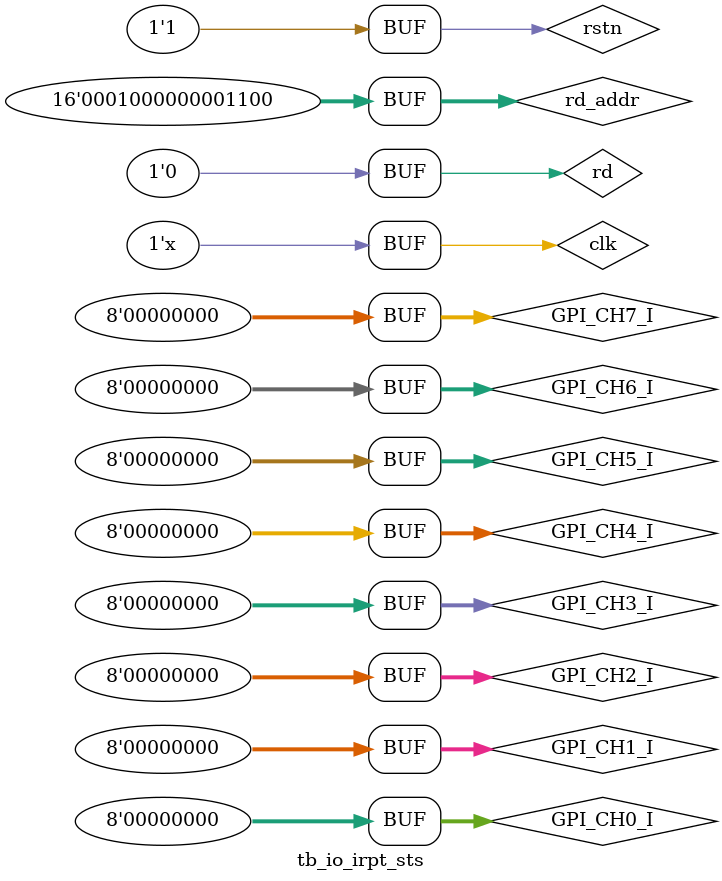
<source format=v>
`timescale 1ns / 1ps




//新版本
`define ADDR_GPI_IRPT_STS_0   16'h100C    // GPI 的中断状态，例如电平中断，脉冲中断
`define ADDR_GPI_IRPT_STS_1   16'h200C 
`define ADDR_GPI_IRPT_STS_2   16'h300C 
`define ADDR_GPI_IRPT_STS_3   16'h400C 
`define ADDR_GPI_IRPT_STS_4   16'h500C 
`define ADDR_GPI_IRPT_STS_5   16'h600C 
`define ADDR_GPI_IRPT_STS_6   16'h700C 
`define ADDR_GPI_IRPT_STS_7   16'h800C 




//////////////////////////////////////////////////////////////////////////////////
// Company: 
// Engineer: 
// 
// Create Date: 2026/01/13 15:26:04
// Design Name: 
// Module Name: tb_io_irpt_sts
// Project Name: 
// Target Devices: 
// Tool Versions: 
// Description: 
// 
// Dependencies: 
// 
// Revision:
// Revision 0.01 - File Created
// Additional Comments:
// 
//////////////////////////////////////////////////////////////////////////////////


module tb_io_irpt_sts(

    );
    
    
reg clk ;
reg rstn ;
reg rd;
reg [15:0] rd_addr ;
reg [7:0] GPI_CH0_I ;
reg [7:0] GPI_CH1_I ;
reg [7:0] GPI_CH2_I ;
reg [7:0] GPI_CH3_I ;
reg [7:0] GPI_CH4_I ;
reg [7:0] GPI_CH5_I ;
reg [7:0] GPI_CH6_I ;
reg [7:0] GPI_CH7_I ;

wire [31:0] GPI_INT_STS_CH0_O  ;
wire [31:0] GPI_INT_STS_CH1_O  ;
wire [31:0] GPI_INT_STS_CH2_O  ;
wire [31:0] GPI_INT_STS_CH3_O  ;
wire [31:0] GPI_INT_STS_CH4_O  ;
wire [31:0] GPI_INT_STS_CH5_O  ;
wire [31:0] GPI_INT_STS_CH6_O  ;
wire [31:0] GPI_INT_STS_CH7_O  ;

wire IRPT_O ;



io_irpt_sts  
    
    #(.C_CH_NUM    (8) ,
      .C_GPI_WIDTH (8) ,
      .C_IRPT_PRD_NUM (100) ,
      .C_PRD_CLK_NS   ( 10),
      .C_PULSE_DET_THRESHOLD_MS (1) ) 
    io_irpt_sts_u(
    .CLK_I             (clk  ),
    .RSTN_I            (rstn    ), 
    .RD_I              (rd      ),
    .RD_ADDR_I         (rd_addr ),
    .GPI_CH0_I         (GPI_CH0_I   ),  
    .GPI_CH1_I         (GPI_CH1_I   ),
    .GPI_CH2_I         (GPI_CH2_I   ),
    .GPI_CH3_I         (GPI_CH3_I   ),
    .GPI_CH4_I         (GPI_CH4_I   ),
    .GPI_CH5_I         (GPI_CH5_I   ),
    .GPI_CH6_I         (GPI_CH6_I   ),
    .GPI_CH7_I         (GPI_CH7_I   ),
    .GPI_INT_STS_CH0_O (GPI_INT_STS_CH0_O ),
    .GPI_INT_STS_CH1_O (GPI_INT_STS_CH1_O ),
    .GPI_INT_STS_CH2_O (GPI_INT_STS_CH2_O ),
    .GPI_INT_STS_CH3_O (GPI_INT_STS_CH3_O ),
    .GPI_INT_STS_CH4_O (GPI_INT_STS_CH4_O ),
    .GPI_INT_STS_CH5_O (GPI_INT_STS_CH5_O ),
    .GPI_INT_STS_CH6_O (GPI_INT_STS_CH6_O ),
    .GPI_INT_STS_CH7_O (GPI_INT_STS_CH7_O ),
    
    .IRPT_MODE_CH0_I (8'b00000001), //0: IRPT_O 只输出电平中断   1: IRPT_O 只输出脉冲中断
    .IRPT_MODE_CH1_I (8'b00000000),
    .IRPT_MODE_CH2_I (8'b00000000),
    .IRPT_MODE_CH3_I (8'b00000000),
    .IRPT_MODE_CH4_I (8'b00000000),
    .IRPT_MODE_CH5_I (8'b00000000),
    .IRPT_MODE_CH6_I (8'b00000000),
    .IRPT_MODE_CH7_I (8'b00000000),
    
    .IRPT_EN_CH0_I (8'b00000001), //0: IRPT_O 只输出电平中断   1: IRPT_O 只输出脉冲中断
    .IRPT_EN_CH1_I (8'b00000000),
    .IRPT_EN_CH2_I (8'b00000000),
    .IRPT_EN_CH3_I (8'b00000000),
    .IRPT_EN_CH4_I (8'b00000000),
    .IRPT_EN_CH5_I (8'b00000000),
    .IRPT_EN_CH6_I (8'b00000000),
    .IRPT_EN_CH7_I (8'b00000000),
    
    
    .IRPT_O           (IRPT_O         )

    );
    

always #5 clk = ~clk ;

initial begin
GPI_CH0_I = 0;
GPI_CH1_I = 0;
GPI_CH2_I = 0;
GPI_CH3_I = 0;
GPI_CH4_I = 0;
GPI_CH5_I = 0;
GPI_CH6_I = 0;
GPI_CH7_I = 0;

clk = 0;
rd = 0;
rd_addr = 0;
rstn = 0;
#400;
rstn =1 ;
#4000;

GPI_CH0_I = 8'b00000001;
GPI_CH1_I = 8'b00000000;
GPI_CH2_I = 8'b00000000;
GPI_CH3_I = 8'b00000000;
GPI_CH4_I = 8'b00000000;
GPI_CH5_I = 8'b00000000;
GPI_CH6_I = 8'b00000000;
GPI_CH7_I = 8'b00000000;


#11000;
GPI_CH0_I = 8'b00000000;
GPI_CH1_I = 8'b00000000;
GPI_CH2_I = 8'b00000000;
GPI_CH3_I = 8'b00000000;
GPI_CH4_I = 8'b00000000;
GPI_CH5_I = 8'b00000000;
GPI_CH6_I = 8'b00000000;
GPI_CH7_I = 8'b00000000;

#11000;
GPI_CH0_I = 8'b00000001;
GPI_CH1_I = 8'b00000000;
GPI_CH2_I = 8'b00000000;
GPI_CH3_I = 8'b00000000;
GPI_CH4_I = 8'b00000000;
GPI_CH5_I = 8'b00000000;
GPI_CH6_I = 8'b00000000;
GPI_CH7_I = 8'b00000000;


#11000;
GPI_CH0_I = 8'b00000000;
GPI_CH1_I = 8'b00000000;
GPI_CH2_I = 8'b00000000;
GPI_CH3_I = 8'b00000000;
GPI_CH4_I = 8'b00000000;
GPI_CH5_I = 8'b00000000;
GPI_CH6_I = 8'b00000000;
GPI_CH7_I = 8'b00000000;

#11000;GPI_CH0_I = 8'b00000001;
GPI_CH1_I = 8'b00000000;
GPI_CH2_I = 8'b00000000;
GPI_CH3_I = 8'b00000000;
GPI_CH4_I = 8'b00000000;
GPI_CH5_I = 8'b00000000;
GPI_CH6_I = 8'b00000000;
GPI_CH7_I = 8'b00000000;


#11000;
GPI_CH0_I = 8'b00000000;
GPI_CH1_I = 8'b00000000;
GPI_CH2_I = 8'b00000000;
GPI_CH3_I = 8'b00000000;
GPI_CH4_I = 8'b00000000;
GPI_CH5_I = 8'b00000000;
GPI_CH6_I = 8'b00000000;
GPI_CH7_I = 8'b00000000;

#11000;GPI_CH0_I = 8'b00000001;
GPI_CH1_I = 8'b00000000;
GPI_CH2_I = 8'b00000000;
GPI_CH3_I = 8'b00000000;
GPI_CH4_I = 8'b00000000;
GPI_CH5_I = 8'b00000000;
GPI_CH6_I = 8'b00000000;
GPI_CH7_I = 8'b00000000;


#11000;
GPI_CH0_I = 8'b00000000;
GPI_CH1_I = 8'b00000000;
GPI_CH2_I = 8'b00000000;
GPI_CH3_I = 8'b00000000;
GPI_CH4_I = 8'b00000000;
GPI_CH5_I = 8'b00000000;
GPI_CH6_I = 8'b00000000;
GPI_CH7_I = 8'b00000000;

#11000;GPI_CH0_I = 8'b00000001;
GPI_CH1_I = 8'b00000000;
GPI_CH2_I = 8'b00000000;
GPI_CH3_I = 8'b00000000;
GPI_CH4_I = 8'b00000000;
GPI_CH5_I = 8'b00000000;
GPI_CH6_I = 8'b00000000;
GPI_CH7_I = 8'b00000000;


#11000;
GPI_CH0_I = 8'b00000000;
GPI_CH1_I = 8'b00000000;
GPI_CH2_I = 8'b00000000;
GPI_CH3_I = 8'b00000000;
GPI_CH4_I = 8'b00000000;
GPI_CH5_I = 8'b00000000;
GPI_CH6_I = 8'b00000000;
GPI_CH7_I = 8'b00000000;

#11000;GPI_CH0_I = 8'b00000001;
GPI_CH1_I = 8'b00000000;
GPI_CH2_I = 8'b00000000;
GPI_CH3_I = 8'b00000000;
GPI_CH4_I = 8'b00000000;
GPI_CH5_I = 8'b00000000;
GPI_CH6_I = 8'b00000000;
GPI_CH7_I = 8'b00000000;


#11000;
GPI_CH0_I = 8'b00000000;
GPI_CH1_I = 8'b00000000;
GPI_CH2_I = 8'b00000000;
GPI_CH3_I = 8'b00000000;
GPI_CH4_I = 8'b00000000;
GPI_CH5_I = 8'b00000000;
GPI_CH6_I = 8'b00000000;
GPI_CH7_I = 8'b00000000;

#11000;
rd = 1 ;
rd_addr =`ADDR_GPI_IRPT_STS_1 ;
#20;
rd =  0 ;

#5000;

rd = 1 ;
rd_addr =`ADDR_GPI_IRPT_STS_0 ;
#20;
rd =  0 ;





end








 
    
endmodule

</source>
